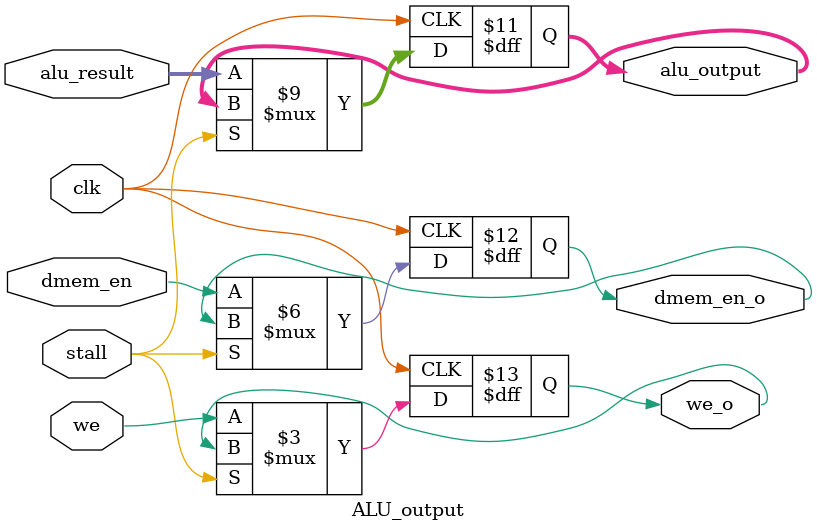
<source format=v>
`timescale 1ns / 1ps


module ALU_output(
input clk,
input stall,
input [31:0]alu_result,
input dmem_en,we,
output reg [31:0]alu_output,
output reg dmem_en_o,we_o
    );
    always@ (posedge clk) begin
        if(stall) ;
        else begin
            alu_output <= alu_result;
            dmem_en_o <= dmem_en;
            we_o <= we;
        end
    end
    
    
endmodule

</source>
